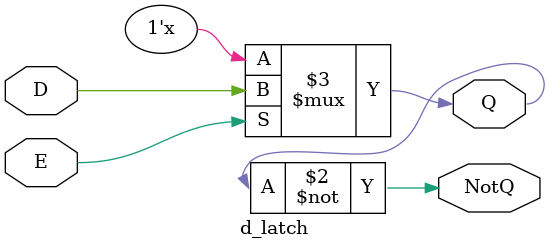
<source format=v>
module d_latch(
    input D, E,
    output reg Q, 
    output NotQ
);

    always @(D, E) begin
        if (E) begin
            Q <= D;
        end
   
    end

    assign NotQ = ~Q;

endmodule
</source>
